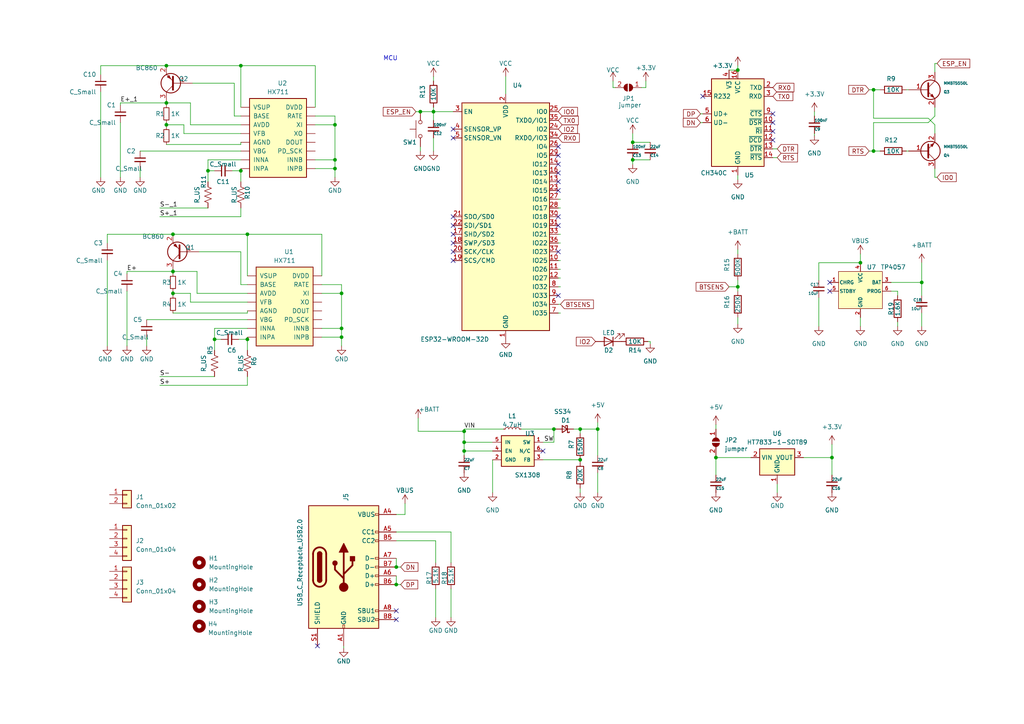
<source format=kicad_sch>
(kicad_sch (version 20230121) (generator eeschema)
  (paper "A4")
  (junction (at 213.995 83.185))
  (junction (at 125.73 32.385))
  (junction (at 71.755 67.945))
  (junction (at 99.06 97.79))
  (junction (at 267.335 81.915))
  (junction (at 71.755 98.425))
  (junction (at 134.62 125.095))
  (junction (at 69.85 19.05))
  (junction (at 241.3 132.715))
  (junction (at 60.325 49.53))
  (junction (at 183.515 46.355))
  (junction (at 48.26 36.195))
  (junction (at 168.275 124.46))
  (junction (at 173.355 124.46))
  (junction (at 99.06 85.09))
  (junction (at 160.655 124.46))
  (junction (at 48.26 19.05))
  (junction (at 97.155 36.195))
  (junction (at 253.365 26.035))
  (junction (at 50.165 67.945))
  (junction (at 69.85 49.53))
  (junction (at 50.165 78.74))
  (junction (at 134.62 130.81))
  (junction (at 183.515 41.275))
  (junction (at 97.155 46.355))
  (junction (at 99.06 95.25))
  (junction (at 134.62 128.27))
  (junction (at 249.555 76.2))
  (junction (at 48.26 29.845))
  (junction (at 253.365 43.815))
  (junction (at 213.995 20.32))
  (junction (at 97.155 48.895))
  (junction (at 114.935 169.545))
  (junction (at 121.92 32.385))
  (junction (at 50.165 85.09))
  (junction (at 62.23 98.425))
  (junction (at 207.645 132.715))
  (junction (at 168.275 133.35))
  (junction (at 114.935 164.465))
  (no_connect (at 161.925 85.725))
  (no_connect (at 224.155 35.56))
  (no_connect (at 131.445 75.565))
  (no_connect (at 157.48 130.81))
  (no_connect (at 161.925 73.025))
  (no_connect (at 131.445 73.025))
  (no_connect (at 161.925 65.405))
  (no_connect (at 240.665 81.915))
  (no_connect (at 161.925 47.625))
  (no_connect (at 224.155 40.64))
  (no_connect (at 131.445 40.005))
  (no_connect (at 114.935 177.165))
  (no_connect (at 131.445 70.485))
  (no_connect (at 131.445 65.405))
  (no_connect (at 224.155 38.1))
  (no_connect (at 203.835 27.94))
  (no_connect (at 240.665 84.455))
  (no_connect (at 161.925 50.165))
  (no_connect (at 92.075 187.325))
  (no_connect (at 161.925 55.245))
  (no_connect (at 161.925 62.865))
  (no_connect (at 131.445 37.465))
  (no_connect (at 131.445 67.945))
  (no_connect (at 114.935 179.705))
  (no_connect (at 131.445 62.865))
  (no_connect (at 161.925 42.545))
  (no_connect (at 161.925 45.085))
  (no_connect (at 224.155 33.02))
  (no_connect (at 161.925 52.705))
  (wire (pts (xy 99.06 95.25) (xy 99.06 97.79)))
  (wire (pts (xy 29.21 26.67) (xy 29.21 51.435)))
  (wire (pts (xy 125.73 31.115) (xy 125.73 32.385)))
  (wire (pts (xy 252.095 26.035) (xy 253.365 26.035)))
  (wire (pts (xy 213.995 81.28) (xy 213.995 83.185)))
  (wire (pts (xy 249.555 73.66) (xy 249.555 76.2)))
  (wire (pts (xy 121.92 42.545) (xy 121.92 43.815)))
  (wire (pts (xy 168.275 124.46) (xy 168.275 125.73)))
  (wire (pts (xy 188.595 99.06) (xy 188.595 99.695)))
  (wire (pts (xy 161.925 78.105) (xy 162.56 78.105)))
  (wire (pts (xy 162.56 90.805) (xy 161.925 90.805)))
  (wire (pts (xy 48.26 36.195) (xy 48.26 36.83)))
  (wire (pts (xy 71.755 98.425) (xy 71.755 101.6)))
  (wire (pts (xy 36.83 84.455) (xy 36.83 100.33)))
  (wire (pts (xy 161.925 67.945) (xy 162.56 67.945)))
  (wire (pts (xy 62.23 49.53) (xy 60.325 49.53)))
  (wire (pts (xy 29.21 19.05) (xy 48.26 19.05)))
  (wire (pts (xy 161.925 80.645) (xy 162.56 80.645)))
  (wire (pts (xy 241.3 132.715) (xy 241.3 137.795)))
  (wire (pts (xy 60.325 52.705) (xy 60.325 49.53)))
  (wire (pts (xy 50.165 90.805) (xy 71.755 90.805)))
  (wire (pts (xy 262.89 43.815) (xy 263.525 43.815)))
  (wire (pts (xy 271.145 51.435) (xy 271.78 51.435)))
  (wire (pts (xy 69.85 38.735) (xy 53.34 38.735)))
  (wire (pts (xy 120.65 32.385) (xy 121.92 32.385)))
  (wire (pts (xy 162.56 57.785) (xy 161.925 57.785)))
  (wire (pts (xy 161.925 60.325) (xy 162.56 60.325)))
  (wire (pts (xy 121.285 125.095) (xy 134.62 125.095)))
  (wire (pts (xy 99.06 85.09) (xy 99.06 95.25)))
  (wire (pts (xy 134.62 128.27) (xy 134.62 130.81)))
  (wire (pts (xy 50.165 78.105) (xy 50.165 78.74)))
  (wire (pts (xy 50.165 78.74) (xy 57.15 78.74)))
  (wire (pts (xy 157.48 128.27) (xy 160.655 128.27)))
  (wire (pts (xy 99.06 97.79) (xy 99.06 100.33)))
  (wire (pts (xy 260.35 84.455) (xy 260.35 85.725)))
  (wire (pts (xy 125.73 40.005) (xy 125.73 43.815)))
  (wire (pts (xy 71.755 87.63) (xy 55.245 87.63)))
  (wire (pts (xy 168.275 124.46) (xy 173.355 124.46)))
  (wire (pts (xy 269.24 34.29) (xy 271.145 36.195)))
  (wire (pts (xy 126.365 163.195) (xy 126.365 156.845)))
  (wire (pts (xy 161.925 83.185) (xy 162.56 83.185)))
  (wire (pts (xy 253.365 26.035) (xy 253.365 34.29)))
  (wire (pts (xy 237.49 81.28) (xy 237.49 76.2)))
  (wire (pts (xy 50.165 85.09) (xy 55.245 85.09)))
  (wire (pts (xy 121.285 125.095) (xy 121.285 121.285)))
  (wire (pts (xy 213.995 72.39) (xy 213.995 73.66)))
  (wire (pts (xy 46.355 60.325) (xy 60.325 60.325)))
  (wire (pts (xy 42.545 97.79) (xy 42.545 100.33)))
  (wire (pts (xy 183.515 46.355) (xy 183.515 47.625)))
  (wire (pts (xy 161.925 75.565) (xy 162.56 75.565)))
  (wire (pts (xy 48.26 41.91) (xy 69.85 41.91)))
  (wire (pts (xy 93.345 97.79) (xy 99.06 97.79)))
  (wire (pts (xy 173.355 122.555) (xy 173.355 124.46)))
  (wire (pts (xy 114.935 164.465) (xy 116.205 164.465)))
  (wire (pts (xy 97.155 46.355) (xy 97.155 48.895)))
  (wire (pts (xy 134.62 128.27) (xy 142.875 128.27)))
  (wire (pts (xy 130.81 154.305) (xy 114.935 154.305)))
  (wire (pts (xy 225.425 142.875) (xy 225.425 140.335)))
  (wire (pts (xy 97.155 48.895) (xy 97.155 51.435)))
  (wire (pts (xy 125.73 34.925) (xy 125.73 32.385)))
  (wire (pts (xy 130.81 163.195) (xy 130.81 154.305)))
  (wire (pts (xy 121.92 32.385) (xy 125.73 32.385)))
  (wire (pts (xy 69.85 41.91) (xy 69.85 41.275)))
  (wire (pts (xy 213.995 83.185) (xy 213.995 84.455)))
  (wire (pts (xy 93.345 82.55) (xy 99.06 82.55)))
  (wire (pts (xy 114.935 161.925) (xy 114.935 164.465)))
  (wire (pts (xy 207.645 123.19) (xy 207.645 124.46)))
  (wire (pts (xy 57.15 78.74) (xy 57.15 85.09)))
  (wire (pts (xy 183.515 38.735) (xy 183.515 41.275)))
  (wire (pts (xy 253.365 34.29) (xy 269.24 34.29)))
  (wire (pts (xy 224.155 45.72) (xy 225.425 45.72)))
  (wire (pts (xy 114.935 167.005) (xy 114.935 169.545)))
  (wire (pts (xy 134.62 130.81) (xy 134.62 132.08)))
  (wire (pts (xy 64.135 98.425) (xy 62.23 98.425)))
  (wire (pts (xy 207.645 132.715) (xy 217.805 132.715)))
  (wire (pts (xy 69.85 60.325) (xy 69.85 62.865)))
  (wire (pts (xy 188.595 46.355) (xy 183.515 46.355)))
  (wire (pts (xy 134.62 125.095) (xy 134.62 128.27)))
  (wire (pts (xy 50.165 85.09) (xy 50.165 85.725)))
  (wire (pts (xy 69.85 49.53) (xy 67.31 49.53)))
  (wire (pts (xy 236.22 39.37) (xy 236.22 38.735)))
  (wire (pts (xy 271.145 31.115) (xy 271.145 33.655)))
  (wire (pts (xy 93.345 80.01) (xy 93.345 67.945)))
  (wire (pts (xy 71.755 90.805) (xy 71.755 90.17)))
  (wire (pts (xy 48.26 19.05) (xy 69.85 19.05)))
  (wire (pts (xy 46.355 62.865) (xy 69.85 62.865)))
  (wire (pts (xy 57.785 73.025) (xy 69.85 73.025)))
  (wire (pts (xy 71.755 98.425) (xy 69.215 98.425)))
  (wire (pts (xy 161.29 124.46) (xy 160.655 124.46)))
  (wire (pts (xy 207.645 132.08) (xy 207.645 132.715)))
  (wire (pts (xy 36.83 78.74) (xy 36.83 79.375)))
  (wire (pts (xy 237.49 76.2) (xy 249.555 76.2)))
  (wire (pts (xy 134.62 130.81) (xy 142.875 130.81)))
  (wire (pts (xy 168.275 133.35) (xy 168.275 133.985)))
  (wire (pts (xy 71.755 95.25) (xy 62.23 95.25)))
  (wire (pts (xy 62.23 101.6) (xy 62.23 98.425)))
  (wire (pts (xy 173.355 124.46) (xy 173.355 132.08)))
  (wire (pts (xy 69.85 73.025) (xy 69.85 82.55)))
  (wire (pts (xy 203.2 33.02) (xy 203.835 33.02)))
  (wire (pts (xy 117.475 146.05) (xy 117.475 149.225)))
  (wire (pts (xy 36.83 78.74) (xy 50.165 78.74)))
  (wire (pts (xy 188.595 99.06) (xy 187.96 99.06)))
  (wire (pts (xy 97.155 33.655) (xy 97.155 36.195)))
  (wire (pts (xy 97.155 36.195) (xy 97.155 46.355)))
  (wire (pts (xy 186.055 25.4) (xy 187.325 25.4)))
  (wire (pts (xy 99.695 187.96) (xy 99.695 187.325)))
  (wire (pts (xy 91.44 33.655) (xy 97.155 33.655)))
  (wire (pts (xy 34.925 35.56) (xy 34.925 51.435)))
  (wire (pts (xy 48.26 35.56) (xy 48.26 36.195)))
  (wire (pts (xy 117.475 149.225) (xy 114.935 149.225)))
  (wire (pts (xy 160.655 124.46) (xy 160.655 128.27)))
  (wire (pts (xy 267.335 90.805) (xy 267.335 94.615)))
  (wire (pts (xy 31.115 67.945) (xy 50.165 67.945)))
  (wire (pts (xy 48.26 29.21) (xy 48.26 29.845)))
  (wire (pts (xy 93.345 95.25) (xy 99.06 95.25)))
  (wire (pts (xy 177.8 25.4) (xy 178.435 25.4)))
  (wire (pts (xy 134.62 124.46) (xy 134.62 125.095)))
  (wire (pts (xy 67.945 24.13) (xy 67.945 33.655)))
  (wire (pts (xy 69.85 31.115) (xy 69.85 19.05)))
  (wire (pts (xy 258.445 81.915) (xy 267.335 81.915)))
  (wire (pts (xy 69.85 49.53) (xy 69.85 52.705)))
  (wire (pts (xy 130.81 170.815) (xy 130.81 179.07)))
  (wire (pts (xy 40.64 43.815) (xy 69.85 43.815)))
  (wire (pts (xy 162.56 88.265) (xy 161.925 88.265)))
  (wire (pts (xy 253.365 35.56) (xy 269.24 35.56)))
  (wire (pts (xy 237.49 86.36) (xy 237.49 94.615)))
  (wire (pts (xy 271.145 51.435) (xy 271.145 48.895)))
  (wire (pts (xy 134.62 124.46) (xy 146.05 124.46)))
  (wire (pts (xy 99.06 82.55) (xy 99.06 85.09)))
  (wire (pts (xy 258.445 84.455) (xy 260.35 84.455)))
  (wire (pts (xy 146.685 22.225) (xy 146.685 27.305)))
  (wire (pts (xy 252.095 43.815) (xy 253.365 43.815)))
  (wire (pts (xy 71.755 98.425) (xy 71.755 97.79)))
  (wire (pts (xy 213.995 50.8) (xy 213.995 52.07)))
  (wire (pts (xy 126.365 156.845) (xy 114.935 156.845)))
  (wire (pts (xy 69.85 19.05) (xy 91.44 19.05)))
  (wire (pts (xy 48.26 30.48) (xy 48.26 29.845)))
  (wire (pts (xy 93.345 85.09) (xy 99.06 85.09)))
  (wire (pts (xy 262.89 26.035) (xy 263.525 26.035)))
  (wire (pts (xy 62.23 95.25) (xy 62.23 98.425)))
  (wire (pts (xy 55.88 24.13) (xy 67.945 24.13)))
  (wire (pts (xy 91.44 36.195) (xy 97.155 36.195)))
  (wire (pts (xy 116.205 169.545) (xy 114.935 169.545)))
  (wire (pts (xy 157.48 133.35) (xy 168.275 133.35)))
  (wire (pts (xy 69.85 49.53) (xy 69.85 48.895)))
  (wire (pts (xy 55.245 85.09) (xy 55.245 87.63)))
  (wire (pts (xy 91.44 48.895) (xy 97.155 48.895)))
  (wire (pts (xy 188.595 41.275) (xy 183.515 41.275)))
  (wire (pts (xy 211.455 20.32) (xy 213.995 20.32)))
  (wire (pts (xy 260.35 93.345) (xy 260.35 94.615)))
  (wire (pts (xy 213.995 19.05) (xy 213.995 20.32)))
  (wire (pts (xy 241.3 128.905) (xy 241.3 132.715)))
  (wire (pts (xy 42.545 92.71) (xy 71.755 92.71)))
  (wire (pts (xy 233.045 132.715) (xy 241.3 132.715)))
  (wire (pts (xy 48.26 36.195) (xy 53.34 36.195)))
  (wire (pts (xy 50.165 79.375) (xy 50.165 78.74)))
  (wire (pts (xy 253.365 43.815) (xy 255.27 43.815)))
  (wire (pts (xy 50.165 84.455) (xy 50.165 85.09)))
  (wire (pts (xy 34.925 29.845) (xy 34.925 30.48)))
  (wire (pts (xy 269.24 35.56) (xy 271.145 33.655)))
  (wire (pts (xy 203.2 35.56) (xy 203.835 35.56)))
  (wire (pts (xy 91.44 31.115) (xy 91.44 19.05)))
  (wire (pts (xy 67.945 33.655) (xy 69.85 33.655)))
  (wire (pts (xy 71.755 80.01) (xy 71.755 67.945)))
  (wire (pts (xy 271.145 20.955) (xy 271.145 18.415)))
  (wire (pts (xy 71.755 109.22) (xy 71.755 111.76)))
  (wire (pts (xy 253.365 26.035) (xy 255.27 26.035)))
  (wire (pts (xy 55.245 36.195) (xy 69.85 36.195)))
  (wire (pts (xy 71.755 67.945) (xy 93.345 67.945)))
  (wire (pts (xy 46.355 109.22) (xy 62.23 109.22)))
  (wire (pts (xy 224.155 43.18) (xy 225.425 43.18)))
  (wire (pts (xy 71.755 111.76) (xy 46.355 111.76)))
  (wire (pts (xy 31.115 75.565) (xy 31.115 100.33)))
  (wire (pts (xy 69.85 46.355) (xy 60.325 46.355)))
  (wire (pts (xy 187.325 25.4) (xy 187.325 23.495)))
  (wire (pts (xy 207.645 132.715) (xy 207.645 137.795)))
  (wire (pts (xy 34.925 29.845) (xy 48.26 29.845)))
  (wire (pts (xy 173.355 137.16) (xy 173.355 142.875)))
  (wire (pts (xy 29.21 19.05) (xy 29.21 21.59)))
  (wire (pts (xy 168.275 141.605) (xy 168.275 142.875)))
  (wire (pts (xy 125.73 32.385) (xy 131.445 32.385)))
  (wire (pts (xy 125.73 22.225) (xy 125.73 23.495)))
  (wire (pts (xy 267.335 81.915) (xy 267.335 85.725)))
  (wire (pts (xy 53.34 36.195) (xy 53.34 38.735)))
  (wire (pts (xy 271.145 18.415) (xy 271.78 18.415)))
  (wire (pts (xy 50.165 67.945) (xy 71.755 67.945)))
  (wire (pts (xy 151.13 124.46) (xy 160.655 124.46)))
  (wire (pts (xy 91.44 46.355) (xy 97.155 46.355)))
  (wire (pts (xy 213.995 92.075) (xy 213.995 93.98)))
  (wire (pts (xy 211.455 83.185) (xy 213.995 83.185)))
  (wire (pts (xy 48.26 29.845) (xy 55.245 29.845)))
  (wire (pts (xy 271.145 36.195) (xy 271.145 38.735)))
  (wire (pts (xy 177.8 23.495) (xy 177.8 25.4)))
  (wire (pts (xy 249.555 92.075) (xy 249.555 94.615)))
  (wire (pts (xy 166.37 124.46) (xy 168.275 124.46)))
  (wire (pts (xy 161.925 70.485) (xy 162.56 70.485)))
  (wire (pts (xy 126.365 170.815) (xy 126.365 179.07)))
  (wire (pts (xy 236.22 32.385) (xy 236.22 33.655)))
  (wire (pts (xy 55.245 29.845) (xy 55.245 36.195)))
  (wire (pts (xy 69.85 82.55) (xy 71.755 82.55)))
  (wire (pts (xy 40.64 48.895) (xy 40.64 51.435)))
  (wire (pts (xy 253.365 43.815) (xy 253.365 35.56)))
  (wire (pts (xy 142.875 133.35) (xy 142.875 142.875)))
  (wire (pts (xy 60.325 46.355) (xy 60.325 49.53)))
  (wire (pts (xy 267.335 81.915) (xy 267.335 76.2)))
  (wire (pts (xy 31.115 67.945) (xy 31.115 70.485)))
  (wire (pts (xy 57.15 85.09) (xy 71.755 85.09)))
  (text "MCU\n" (at 111.125 17.78 0) (effects (font (size 1.27 1.27)) (justify left bottom)))
  (label "S-" (at 46.355 109.22 0))
  (label "S+" (at 46.355 111.76 0))
  (label "S+_1" (at 46.355 62.865 0))
  (label "E+_1" (at 34.925 29.845 0))
  (label "S-_1" (at 46.355 60.325 0))
  (label "E+" (at 36.83 78.74 0))
  (label "VIN" (at 134.62 124.46 0))
  (label "SW" (at 160.655 128.27 180))
  (global_label "IO0" (shape input) (at 271.78 51.435 0) (property "Intersheetrefs" "${INTERSHEET_REFS}" (effects hide)))
  (global_label "DTR" (shape input) (at 225.425 43.18 0) (property "Intersheetrefs" "${INTERSHEET_REFS}" (effects hide)))
  (global_label "DP" (shape input) (at 203.2 33.02 180) (property "Intersheetrefs" "${INTERSHEET_REFS}" (effects hide)))
  (global_label "DP" (shape input) (at 116.205 169.545 0) (property "Intersheetrefs" "${INTERSHEET_REFS}" (effects hide)))
  (global_label "RTS" (shape input) (at 252.095 43.815 180) (property "Intersheetrefs" "${INTERSHEET_REFS}" (effects hide)))
  (global_label "TX0" (shape input) (at 161.925 34.925 0) (property "Intersheetrefs" "${INTERSHEET_REFS}" (effects hide)))
  (global_label "DTR" (shape input) (at 252.095 26.035 180) (property "Intersheetrefs" "${INTERSHEET_REFS}" (effects hide)))
  (global_label "BTSENS" (shape input) (at 211.455 83.185 180) (property "Intersheetrefs" "${INTERSHEET_REFS}" (effects hide)))
  (global_label "BTSENS" (shape input) (at 162.56 88.265 0) (property "Intersheetrefs" "${INTERSHEET_REFS}" (effects hide)))
  (global_label "RTS" (shape input) (at 225.425 45.72 0) (property "Intersheetrefs" "${INTERSHEET_REFS}" (effects hide)))
  (global_label "ESP_EN" (shape input) (at 120.65 32.385 180) (property "Intersheetrefs" "${INTERSHEET_REFS}" (effects hide)))
  (global_label "IO2" (shape input) (at 172.72 99.06 180) (property "Intersheetrefs" "${INTERSHEET_REFS}" (effects hide)))
  (global_label "DN" (shape input) (at 116.205 164.465 0) (property "Intersheetrefs" "${INTERSHEET_REFS}" (effects hide)))
  (global_label "IO2" (shape input) (at 161.925 37.465 0) (property "Intersheetrefs" "${INTERSHEET_REFS}" (effects hide)))
  (global_label "IO0" (shape input) (at 161.925 32.385 0) (property "Intersheetrefs" "${INTERSHEET_REFS}" (effects hide)))
  (global_label "RX0" (shape input) (at 224.155 25.4 0) (property "Intersheetrefs" "${INTERSHEET_REFS}" (effects hide)))
  (global_label "RX0" (shape input) (at 161.925 40.005 0) (property "Intersheetrefs" "${INTERSHEET_REFS}" (effects hide)))
  (global_label "ESP_EN" (shape input) (at 271.78 18.415 0) (property "Intersheetrefs" "${INTERSHEET_REFS}" (effects hide)))
  (global_label "DN" (shape input) (at 203.2 35.56 180) (property "Intersheetrefs" "${INTERSHEET_REFS}" (effects hide)))
  (global_label "TX0" (shape input) (at 224.155 27.94 0) (property "Intersheetrefs" "${INTERSHEET_REFS}" (effects hide)))
  (symbol (lib_id "Device:R_US") (at 62.23 105.41 180) (unit 1)
    (property "Reference" "R5" (at 60.96 101.6 90))
    (property "Value" "R_US" (at 59.055 105.41 90))
    (property "Footprint" "Resistor_SMD:R_0603_1608Metric_Pad0.98x0.95mm_HandSolder" (effects hide))
  )
  (symbol (lib_id "power:GND") (at 207.645 142.875 0) (unit 1)
    (property "Reference" "#PWR030" (effects hide))
    (property "Value" "GND" (at 207.645 147.955 0))
  )
  (symbol (lib_id "Device:R") (at 168.275 137.795 180) (unit 1)
    (property "Reference" "R8" (at 165.1 137.795 90))
    (property "Value" "20K" (at 168.275 137.795 90))
    (property "Footprint" "Resistor_SMD:R_0603_1608Metric_Pad0.98x0.95mm_HandSolder" (effects hide))
  )
  (symbol (lib_id "Device:R") (at 130.81 167.005 180) (unit 1)
    (property "Reference" "R18" (at 128.905 167.64 90))
    (property "Value" "5.1K" (at 130.81 167.005 90))
    (property "Footprint" "Resistor_SMD:R_0603_1608Metric_Pad0.98x0.95mm_HandSolder" (effects hide))
  )
  (symbol (lib_id "power:GND") (at 36.83 100.33 0) (unit 1)
    (property "Reference" "#PWR06" (effects hide))
    (property "Value" "GND" (at 36.83 104.14 0))
  )
  (symbol (lib_id "Device:R") (at 260.35 89.535 180) (unit 1)
    (property "Reference" "R19" (at 258.445 89.535 90))
    (property "Value" "1.6K" (at 260.35 89.535 90))
    (property "Footprint" "Resistor_SMD:R_0603_1608Metric_Pad0.98x0.95mm_HandSolder" (effects hide))
  )
  (symbol (lib_id "power:GND") (at 213.995 93.98 0) (unit 1)
    (property "Reference" "#PWR035" (effects hide))
    (property "Value" "GND" (at 213.995 99.06 0))
  )
  (symbol (lib_id "Transistor_BJT:MMBT5550L") (at 268.605 43.815 0) (mirror x) (unit 1)
    (property "Reference" "Q4" (at 273.685 45.0851 0) (effects (font (size 0.8 0.8)) (justify left)))
    (property "Value" "MMBT5550L" (at 273.685 42.5451 0) (effects (font (size 0.8 0.8)) (justify left)))
    (property "Footprint" "Package_TO_SOT_SMD:SOT-23" (effects hide))
    (property "Datasheet" "www.onsemi.com/pub/Collateral/MMBT5550LT1-D.PDF" (effects hide))
  )
  (symbol (lib_id "Connector_Generic:Conn_01x02") (at 36.83 143.51 0) (unit 1)
    (property "Reference" "J1" (at 39.37 144.145 0) (effects (justify left)))
    (property "Value" "Conn_01x02" (at 39.37 146.685 0) (effects (justify left)))
    (property "Footprint" "Connector_JST:JST_PH_S2B-PH-K_1x02_P2.00mm_Horizontal" (effects hide))
  )
  (symbol (lib_id "Jumper:SolderJumper_2_Open") (at 182.245 25.4 180) (unit 1)
    (property "Reference" "JP1" (at 184.15 28.575 0) (effects (justify left)))
    (property "Value" "jumper" (at 186.055 30.48 0) (effects (justify left)))
    (property "Footprint" "Resistor_SMD:R_0603_1608Metric_Pad0.98x0.95mm_HandSolder" (effects hide))
  )
  (symbol (lib_id "Device:R") (at 213.995 77.47 180) (unit 1)
    (property "Reference" "R15" (at 210.82 76.835 90))
    (property "Value" "500K" (at 213.995 77.47 90))
    (property "Footprint" "Resistor_SMD:R_0603_1608Metric_Pad0.98x0.95mm_HandSolder" (effects hide))
  )
  (symbol (lib_id "power:+3.3V") (at 241.3 128.905 0) (unit 1)
    (property "Reference" "#PWR032" (effects hide))
    (property "Value" "+3.3V" (at 241.3 123.825 0))
  )
  (symbol (lib_id "power:GND") (at 40.64 51.435 0) (unit 1)
    (property "Reference" "#PWR03" (effects hide))
    (property "Value" "GND" (at 40.64 55.245 0))
  )
  (symbol (lib_id "power:GND") (at 183.515 47.625 0) (unit 1)
    (property "Reference" "#PWR026" (effects hide))
    (property "Value" "GND" (at 183.515 52.705 0))
  )
  (symbol (lib_id "Device:C_Small") (at 36.83 81.915 0) (mirror y) (unit 1)
    (property "Reference" "C4" (at 35.56 79.375 0) (effects (justify left)))
    (property "Value" "C_Small" (at 35.56 84.455 0) (effects (justify left)))
    (property "Footprint" "Capacitor_SMD:C_0603_1608Metric_Pad1.08x0.95mm_HandSolder" (effects hide))
  )
  (symbol (lib_id "Connector_Generic:Conn_01x04") (at 36.83 168.275 0) (unit 1)
    (property "Reference" "J3" (at 39.37 168.91 0) (effects (justify left)))
    (property "Value" "Conn_01x04" (at 39.37 171.45 0) (effects (justify left)))
    (property "Footprint" "Connector_JST:JST_PH_S4B-PH-K_1x04_P2.00mm_Horizontal" (effects hide))
  )
  (symbol (lib_id "power:GND") (at 99.695 187.96 0) (unit 1)
    (property "Reference" "#PWR036" (effects hide))
    (property "Value" "GND" (at 99.695 191.77 0))
  )
  (symbol (lib_id "RF_Module:ESP32-WROOM-32D") (at 146.685 62.865 0) (unit 1)
    (property "Reference" "U4" (at 148.7044 24.765 0) (effects (justify left)))
    (property "Value" "ESP32-WROOM-32D" (at 121.92 98.425 0) (effects (justify left)))
    (property "Footprint" "RF_Module:ESP32-WROOM-32" (effects hide))
    (property "Datasheet" "https://www.espressif.com/sites/default/files/documentation/esp32-wroom-32d_esp32-wroom-32u_datasheet_en.pdf" (effects hide))
  )
  (symbol (lib_id "Device:D_Schottky_Small") (at 163.83 124.46 180) (unit 1)
    (property "Reference" "D1" (at 164.084 121.92 0))
    (property "Value" "SS34" (at 163.195 119.38 0))
    (property "Footprint" "Diode_SMD:D_SMA" (effects hide))
  )
  (symbol (lib_id "Device:R_US") (at 71.755 105.41 0) (unit 1)
    (property "Reference" "R6" (at 73.66 104.775 90))
    (property "Value" "R_US" (at 69.85 105.41 90))
    (property "Footprint" "Resistor_SMD:R_0603_1608Metric_Pad0.98x0.95mm_HandSolder" (effects hide))
  )
  (symbol (lib_id "Mechanical:MountingHole") (at 57.785 181.61 0) (unit 1)
    (property "Reference" "H4" (at 60.325 180.975 0) (effects (justify left)))
    (property "Value" "MountingHole" (at 60.325 183.515 0) (effects (justify left)))
    (property "Footprint" "MountingHole:MountingHole_3.5mm" (effects hide))
  )
  (symbol (lib_id "power:GND") (at 126.365 179.07 0) (unit 1)
    (property "Reference" "#PWR038" (effects hide))
    (property "Value" "GND" (at 126.365 182.88 0))
  )
  (symbol (lib_id "power:GND") (at 130.81 179.07 0) (unit 1)
    (property "Reference" "#PWR039" (effects hide))
    (property "Value" "GND" (at 130.81 182.88 0))
  )
  (symbol (lib_id "Device:R_US") (at 60.325 56.515 180) (unit 1)
    (property "Reference" "R11" (at 59.055 52.705 90))
    (property "Value" "R_US" (at 57.15 56.515 90))
    (property "Footprint" "Resistor_SMD:R_0603_1608Metric_Pad0.98x0.95mm_HandSolder" (effects hide))
  )
  (symbol (lib_id "Device:R") (at 213.995 88.265 180) (unit 1)
    (property "Reference" "R16" (at 210.82 87.63 90))
    (property "Value" "250K" (at 213.995 88.265 90))
    (property "Footprint" "Resistor_SMD:R_0603_1608Metric_Pad0.98x0.95mm_HandSolder" (effects hide))
  )
  (symbol (lib_id "power:+3.3V") (at 236.22 32.385 0) (unit 1)
    (property "Reference" "#PWR017" (effects hide))
    (property "Value" "+3.3V" (at 236.22 27.305 0))
  )
  (symbol (lib_id "Connector_Generic:Conn_01x04") (at 36.83 156.21 0) (unit 1)
    (property "Reference" "J2" (at 39.37 156.845 0) (effects (justify left)))
    (property "Value" "Conn_01x04" (at 39.37 159.385 0) (effects (justify left)))
    (property "Footprint" "Connector_JST:JST_PH_S4B-PH-K_1x04_P2.00mm_Horizontal" (effects hide))
  )
  (symbol (lib_id "power:VBUS") (at 117.475 146.05 0) (unit 1)
    (property "Reference" "#PWR037" (effects hide))
    (property "Value" "VBUS" (at 117.475 142.24 0))
  )
  (symbol (lib_id "Device:C_Small") (at 188.595 43.815 0) (unit 1)
    (property "Reference" "C14" (at 188.595 45.085 0) (effects (font (size 0.8 0.8)) (justify left)))
    (property "Value" "22uF" (at 188.595 42.545 0) (effects (font (size 0.8 0.8)) (justify left)))
    (property "Footprint" "Capacitor_SMD:C_0603_1608Metric_Pad1.08x0.95mm_HandSolder" (effects hide))
  )
  (symbol (lib_id "power:+3.3V") (at 187.325 23.495 0) (unit 1)
    (property "Reference" "#PWR027" (effects hide))
    (property "Value" "+3.3V" (at 187.325 19.685 0))
  )
  (symbol (lib_id "Device:C_Small") (at 241.3 140.335 0) (unit 1)
    (property "Reference" "C16" (at 241.3 141.605 0) (effects (font (size 0.8 0.8)) (justify left)))
    (property "Value" "22uF" (at 241.3 139.065 0) (effects (font (size 0.8 0.8)) (justify left)))
    (property "Footprint" "Capacitor_SMD:C_0603_1608Metric_Pad1.08x0.95mm_HandSolder" (effects hide))
  )
  (symbol (lib_id "Device:C_Small") (at 125.73 37.465 0) (unit 1)
    (property "Reference" "C12" (at 125.73 38.735 0) (effects (font (size 0.8 0.8)) (justify left)))
    (property "Value" "100nF" (at 125.73 36.195 0) (effects (font (size 0.8 0.8)) (justify left)))
    (property "Footprint" "Capacitor_SMD:C_0603_1608Metric_Pad1.08x0.95mm_HandSolder" (effects hide))
  )
  (symbol (lib_id "Device:C_Small") (at 183.515 43.815 0) (unit 1)
    (property "Reference" "C13" (at 183.515 45.085 0) (effects (font (size 0.8 0.8)) (justify left)))
    (property "Value" "100nF" (at 183.515 42.545 0) (effects (font (size 0.8 0.8)) (justify left)))
    (property "Footprint" "Capacitor_SMD:C_0603_1608Metric_Pad1.08x0.95mm_HandSolder" (effects hide))
  )
  (symbol (lib_id "power:+3.3V") (at 213.995 19.05 0) (unit 1)
    (property "Reference" "#PWR015" (effects hide))
    (property "Value" "+3.3V" (at 209.55 19.05 0))
  )
  (symbol (lib_id "Device:R") (at 125.73 27.305 180) (unit 1)
    (property "Reference" "R13" (at 122.555 26.67 90))
    (property "Value" "10K" (at 125.73 27.305 90))
    (property "Footprint" "Resistor_SMD:R_0603_1608Metric_Pad0.98x0.95mm_HandSolder" (effects hide))
  )
  (symbol (lib_id "power:GND") (at 260.35 94.615 0) (unit 1)
    (property "Reference" "#PWR043" (effects hide))
    (property "Value" "GND" (at 260.35 99.695 0))
  )
  (symbol (lib_id "Device:R_US") (at 69.85 56.515 0) (unit 1)
    (property "Reference" "R10" (at 71.755 55.88 90))
    (property "Value" "R_US" (at 67.945 56.515 90))
    (property "Footprint" "Resistor_SMD:R_0603_1608Metric_Pad0.98x0.95mm_HandSolder" (effects hide))
  )
  (symbol (lib_id "power:GND") (at 213.995 52.07 0) (unit 1)
    (property "Reference" "#PWR016" (effects hide))
    (property "Value" "GND" (at 213.995 57.15 0))
  )
  (symbol (lib_id "power:GND") (at 241.3 142.875 0) (unit 1)
    (property "Reference" "#PWR033" (effects hide))
    (property "Value" "GND" (at 241.3 147.955 0))
  )
  (symbol (lib_id "power:GND") (at 267.335 94.615 0) (unit 1)
    (property "Reference" "#PWR045" (effects hide))
    (property "Value" "GND" (at 267.335 99.695 0))
  )
  (symbol (lib_id "Device:C_Small") (at 66.675 98.425 90) (unit 1)
    (property "Reference" "C6" (at 68.58 101.6 90) (effects (justify left)))
    (property "Value" "C_Small" (at 70.485 96.52 90) (effects (justify left)))
    (property "Footprint" "Capacitor_SMD:C_0603_1608Metric_Pad1.08x0.95mm_HandSolder" (effects hide))
  )
  (symbol (lib_id "Device:R_Small") (at 48.26 39.37 180) (unit 1)
    (property "Reference" "R2" (at 45.085 39.37 0) (effects (justify right)))
    (property "Value" "1K" (at 49.53 39.37 0) (effects (justify right)))
    (property "Footprint" "Resistor_SMD:R_0603_1608Metric_Pad0.98x0.95mm_HandSolder" (effects hide))
  )
  (symbol (lib_id "power:GND") (at 249.555 94.615 0) (unit 1)
    (property "Reference" "#PWR042" (effects hide))
    (property "Value" "GND" (at 249.555 99.695 0))
  )
  (symbol (lib_id "Device:C_Small") (at 237.49 83.82 180) (unit 1)
    (property "Reference" "C17" (at 237.49 82.55 0) (effects (font (size 0.8 0.8)) (justify left)))
    (property "Value" "10uF" (at 237.49 85.09 0) (effects (font (size 0.8 0.8)) (justify left)))
    (property "Footprint" "Capacitor_SMD:C_0603_1608Metric_Pad1.08x0.95mm_HandSolder" (effects hide))
  )
  (symbol (lib_id "power:GND") (at 237.49 94.615 0) (unit 1)
    (property "Reference" "#PWR040" (effects hide))
    (property "Value" "GND" (at 237.49 99.695 0))
  )
  (symbol (lib_name "HX711_1") (lib_id "HX711:HX711") (at 81.28 23.495 0) (unit 1)
    (property "Reference" "U2" (at 81.915 24.13 0))
    (property "Value" "HX711" (at 80.645 26.67 0))
    (property "Footprint" "HX711:SOP127P600X180-16N" (effects hide))
    (property "MAXIMUM_PACKAGE_HEIGHT" "1.8 mm" (effects hide))
    (property "STANDARD" "IPC-7351B" (effects hide))
    (property "PARTREV" "V2.0" (effects hide))
    (property "MANUFACTURER" "Avia Semiconductor" (effects hide))
    (property "SNAPEDA_PN" "HX711" (effects hide))
  )
  (symbol (lib_id "Switch:SW_Omron_B3FS") (at 121.92 37.465 90) (unit 1)
    (property "Reference" "SW1" (at 116.84 41.275 90) (effects (justify right)))
    (property "Value" "SW_Omron_B3FS" (effects hide))
    (property "Footprint" "Button_Switch_SMD:SW_Push_SPST_NO_Alps_SKRK" (effects hide))
    (property "Datasheet" "https://omronfs.omron.com/en_US/ecb/products/pdf/en-b3fs.pdf" (effects hide))
  )
  (symbol (lib_id "Device:L_Small") (at 148.59 124.46 90) (unit 1)
    (property "Reference" "L1" (at 148.59 120.65 90))
    (property "Value" "4.7uH" (at 148.59 123.19 90))
    (property "Footprint" "Inductor_SMD:L_Coilcraft_LPS5030" (effects hide))
  )
  (symbol (lib_id "power:GND") (at 99.06 100.33 0) (unit 1)
    (property "Reference" "#PWR08" (effects hide))
    (property "Value" "GND" (at 99.06 104.14 0))
  )
  (symbol (lib_id "Device:C_Small") (at 236.22 36.195 0) (unit 1)
    (property "Reference" "C9" (at 236.22 37.465 0) (effects (font (size 0.8 0.8)) (justify left)))
    (property "Value" "100nF" (at 236.22 34.925 0) (effects (font (size 0.8 0.8)) (justify left)))
    (property "Footprint" "Capacitor_SMD:C_0603_1608Metric_Pad1.08x0.95mm_HandSolder" (effects hide))
  )
  (symbol (lib_id "power:GND") (at 236.22 39.37 0) (unit 1)
    (property "Reference" "#PWR018" (effects hide))
    (property "Value" "GND" (at 236.22 44.45 0))
  )
  (symbol (lib_id "power:VBUS") (at 249.555 73.66 0) (unit 1)
    (property "Reference" "#PWR041" (effects hide))
    (property "Value" "VBUS" (at 249.555 69.85 0))
  )
  (symbol (lib_id "power:GND") (at 125.73 43.815 0) (unit 1)
    (property "Reference" "#PWR021" (effects hide))
    (property "Value" "GND" (at 125.73 48.895 0))
  )
  (symbol (lib_id "Jumper:SolderJumper_2_Open") (at 207.645 128.27 270) (unit 1)
    (property "Reference" "JP2" (at 210.185 127.635 90) (effects (justify left)))
    (property "Value" "jumper" (at 210.185 130.175 90) (effects (justify left)))
    (property "Footprint" "Resistor_SMD:R_0603_1608Metric_Pad0.98x0.95mm_HandSolder" (effects hide))
  )
  (symbol (lib_id "Device:C_Small") (at 31.115 73.025 0) (mirror y) (unit 1)
    (property "Reference" "C3" (at 29.845 70.485 0) (effects (justify left)))
    (property "Value" "C_Small" (at 29.845 75.565 0) (effects (justify left)))
    (property "Footprint" "Capacitor_SMD:C_0603_1608Metric_Pad1.08x0.95mm_HandSolder" (effects hide))
  )
  (symbol (lib_id "Device:C_Small") (at 64.77 49.53 90) (unit 1)
    (property "Reference" "C11" (at 66.675 52.705 90) (effects (justify left)))
    (property "Value" "C_Small" (at 68.58 47.625 90) (effects (justify left)))
    (property "Footprint" "Capacitor_SMD:C_0603_1608Metric_Pad1.08x0.95mm_HandSolder" (effects hide))
  )
  (symbol (lib_id "Regulator_Linear:HT75xx-1-SOT89") (at 225.425 135.255 0) (unit 1)
    (property "Reference" "U6" (at 225.425 125.73 0))
    (property "Value" "HT7833-1-SOT89" (at 225.425 128.27 0))
    (property "Footprint" "Package_TO_SOT_SMD:SOT-89-3" (effects hide))
    (property "Datasheet" "https://www.holtek.com/documents/10179/116711/HT75xx-1v250.pdf" (effects hide))
    (property "purchase" "https://www.sunrom.com/p/ht7833-sot89-33v-500ma-ldo" (effects hide))
  )
  (symbol (lib_id "Device:C_Small") (at 42.545 95.25 0) (mirror y) (unit 1)
    (property "Reference" "C5" (at 41.275 92.71 0) (effects (justify left)))
    (property "Value" "C_Small" (at 43.18 97.79 0) (effects (justify left)))
    (property "Footprint" "Capacitor_SMD:C_0603_1608Metric_Pad1.08x0.95mm_HandSolder" (effects hide))
  )
  (symbol (lib_id "power:GND") (at 142.875 142.875 0) (unit 1)
    (property "Reference" "#PWR011" (effects hide))
    (property "Value" "GND" (at 142.875 147.955 0))
  )
  (symbol (lib_id "power:GND") (at 29.21 51.435 0) (unit 1)
    (property "Reference" "#PWR01" (effects hide))
    (property "Value" "GND" (at 28.575 55.245 0))
  )
  (symbol (lib_id "power:GND") (at 225.425 142.875 0) (unit 1)
    (property "Reference" "#PWR031" (effects hide))
    (property "Value" "GND" (at 225.425 146.685 0))
  )
  (symbol (lib_id "Mechanical:MountingHole") (at 57.785 169.545 0) (unit 1)
    (property "Reference" "H2" (at 60.5282 168.2749 0) (effects (justify left)))
    (property "Value" "MountingHole" (at 60.5282 170.8149 0) (effects (justify left)))
    (property "Footprint" "MountingHole:MountingHole_3.5mm" (effects hide))
  )
  (symbol (lib_id "power:+BATT") (at 213.995 72.39 0) (unit 1)
    (property "Reference" "#PWR034" (effects hide))
    (property "Value" "+BATT" (at 213.995 67.31 0))
  )
  (symbol (lib_id "Device:C_Small") (at 267.335 88.265 180) (unit 1)
    (property "Reference" "C18" (at 267.335 86.995 0) (effects (font (size 0.8 0.8)) (justify left)))
    (property "Value" "10uF" (at 267.335 89.535 0) (effects (font (size 0.8 0.8)) (justify left)))
    (property "Footprint" "Capacitor_SMD:C_0603_1608Metric_Pad1.08x0.95mm_HandSolder" (effects hide))
  )
  (symbol (lib_id "Connector:USB_C_Receptacle_USB2.0") (at 99.695 164.465 0) (unit 1)
    (property "Reference" "J5" (at 100.33 145.415 90) (effects (justify left)))
    (property "Value" "USB_C_Receptacle_USB2.0" (at 86.995 175.895 90) (effects (justify left)))
    (property "Footprint" "Connector_USB:USB_C_Receptacle_HRO_TYPE-C-31-M-12" (effects hide))
    (property "Datasheet" "https://www.usb.org/sites/default/files/documents/usb_type-c.zip" (effects hide))
  )
  (symbol (lib_name "HX711_1") (lib_id "HX711:HX711") (at 83.185 72.39 0) (unit 1)
    (property "Reference" "U1" (at 83.82 73.025 0))
    (property "Value" "HX711" (at 82.55 75.565 0))
    (property "Footprint" "HX711:SOP127P600X180-16N" (effects hide))
    (property "MAXIMUM_PACKAGE_HEIGHT" "1.8 mm" (effects hide))
    (property "STANDARD" "IPC-7351B" (effects hide))
    (property "PARTREV" "V2.0" (effects hide))
    (property "MANUFACTURER" "Avia Semiconductor" (effects hide))
    (property "SNAPEDA_PN" "HX711" (effects hide))
  )
  (symbol (lib_id "power:VCC") (at 183.515 38.735 0) (unit 1)
    (property "Reference" "#PWR025" (effects hide))
    (property "Value" "VCC" (at 183.515 34.925 0))
  )
  (symbol (lib_id "power:+BATT") (at 267.335 76.2 0) (unit 1)
    (property "Reference" "#PWR044" (effects hide))
    (property "Value" "+BATT" (at 267.335 71.12 0))
  )
  (symbol (lib_id "power:GND") (at 34.925 51.435 0) (unit 1)
    (property "Reference" "#PWR02" (effects hide))
    (property "Value" "GND" (at 34.925 55.245 0))
  )
  (symbol (lib_id "Transistor_BJT:BC860") (at 50.8 24.13 180) (unit 1)
    (property "Reference" "Q2" (at 54.61 22.86 0) (effects (justify left)))
    (property "Value" "BC860" (at 45.72 19.685 0) (effects (justify left)))
    (property "Footprint" "Package_TO_SOT_SMD:SOT-23" (effects hide))
    (property "Datasheet" "http://www.infineon.com/dgdl/Infineon-BC857SERIES_BC858SERIES_BC859SERIES_BC860SERIES-DS-v01_01-en.pdf?fileId=db3a304314dca389011541da0e3a1661" (effects hide))
  )
  (symbol (lib_id "power:GND") (at 42.545 100.33 0) (unit 1)
    (property "Reference" "#PWR07" (effects hide))
    (property "Value" "GND" (at 42.545 104.14 0))
  )
  (symbol (lib_id "Device:C_Small") (at 34.925 33.02 0) (mirror y) (unit 1)
    (property "Reference" "C1" (at 33.655 30.48 0) (effects (justify left)))
    (property "Value" "C_Small" (at 33.655 35.56 0) (effects (justify left)))
    (property "Footprint" "Capacitor_SMD:C_0603_1608Metric_Pad1.08x0.95mm_HandSolder" (effects hide))
  )
  (symbol (lib_id "power:GND") (at 173.355 142.875 0) (unit 1)
    (property "Reference" "#PWR014" (effects hide))
    (property "Value" "GND" (at 173.355 146.685 0))
  )
  (symbol (lib_id "Device:C_Small") (at 134.62 134.62 0) (unit 1)
    (property "Reference" "C7" (at 134.62 135.89 0) (effects (font (size 0.8 0.8)) (justify left)))
    (property "Value" "22uF" (at 134.62 133.35 0) (effects (font (size 0.8 0.8)) (justify left)))
    (property "Footprint" "Capacitor_SMD:C_0603_1608Metric_Pad1.08x0.95mm_HandSolder" (effects hide))
  )
  (symbol (lib_id "power:GND") (at 31.115 100.33 0) (unit 1)
    (property "Reference" "#PWR05" (effects hide))
    (property "Value" "GND" (at 30.48 104.14 0))
  )
  (symbol (lib_id "Interface_USB:CH340C") (at 213.995 35.56 0) (unit 1)
    (property "Reference" "U5" (at 215.9509 50.8 0) (effects (justify left)))
    (property "Value" "CH340C" (at 203.2 50.165 0) (effects (justify left)))
    (property "Footprint" "Package_SO:SOIC-16_3.9x9.9mm_P1.27mm" (effects hide))
    (property "Datasheet" "https://datasheet.lcsc.com/szlcsc/Jiangsu-Qin-Heng-CH340C_C84681.pdf" (effects hide))
  )
  (symbol (lib_id "Device:R_Small") (at 50.165 88.265 180) (unit 1)
    (property "Reference" "R4" (at 46.99 88.265 0) (effects (justify right)))
    (property "Value" "1K" (at 51.435 88.265 0) (effects (justify right)))
    (property "Footprint" "Resistor_SMD:R_0603_1608Metric_Pad0.98x0.95mm_HandSolder" (effects hide))
  )
  (symbol (lib_id "Device:R_Small") (at 48.26 33.02 180) (unit 1)
    (property "Reference" "R1" (at 45.085 33.02 0) (effects (justify right)))
    (property "Value" "1K" (at 49.53 33.02 0) (effects (justify right)))
    (property "Footprint" "Resistor_SMD:R_0603_1608Metric_Pad0.98x0.95mm_HandSolder" (effects hide))
  )
  (symbol (lib_id "power:GND") (at 146.685 98.425 0) (unit 1)
    (property "Reference" "#PWR023" (effects hide))
    (property "Value" "GND" (at 146.685 102.87 0))
  )
  (symbol (lib_id "power:+5V") (at 207.645 123.19 0) (unit 1)
    (property "Reference" "#PWR029" (effects hide))
    (property "Value" "+5V" (at 207.645 118.11 0))
  )
  (symbol (lib_id "Device:R") (at 168.275 129.54 180) (unit 1)
    (property "Reference" "R7" (at 165.735 128.905 90))
    (property "Value" "150K" (at 168.275 129.54 90))
    (property "Footprint" "Resistor_SMD:R_0603_1608Metric_Pad0.98x0.95mm_HandSolder" (effects hide))
  )
  (symbol (lib_id "power:VCC") (at 125.73 22.225 0) (unit 1)
    (property "Reference" "#PWR020" (effects hide))
    (property "Value" "VCC" (at 125.73 18.415 0))
  )
  (symbol (lib_id "Mechanical:MountingHole") (at 57.785 175.895 0) (unit 1)
    (property "Reference" "H3" (at 60.5282 174.6249 0) (effects (justify left)))
    (property "Value" "MountingHole" (at 60.5282 177.1649 0) (effects (justify left)))
    (property "Footprint" "MountingHole:MountingHole_3.5mm" (effects hide))
  )
  (symbol (lib_id "Device:C_Small") (at 173.355 134.62 0) (unit 1)
    (property "Reference" "C8" (at 173.355 135.89 0) (effects (font (size 0.8 0.8)) (justify left)))
    (property "Value" "22uF" (at 173.355 133.35 0) (effects (font (size 0.8 0.8)) (justify left)))
    (property "Footprint" "Capacitor_SMD:C_0603_1608Metric_Pad1.08x0.95mm_HandSolder" (effects hide))
  )
  (symbol (lib_id "power:GND") (at 134.62 137.16 0) (unit 1)
    (property "Reference" "#PWR010" (effects hide))
    (property "Value" "GND" (at 134.62 142.24 0))
  )
  (symbol (lib_id "Device:C_Small") (at 40.64 46.355 0) (mirror y) (unit 1)
    (property "Reference" "C2" (at 39.37 43.815 0) (effects (justify left)))
    (property "Value" "C_Small" (at 41.275 48.895 0) (effects (justify left)))
    (property "Footprint" "Capacitor_SMD:C_0603_1608Metric_Pad1.08x0.95mm_HandSolder" (effects hide))
  )
  (symbol (lib_id "Device:R") (at 259.08 43.815 270) (mirror x) (unit 1)
    (property "Reference" "R12" (at 258.445 40.64 90))
    (property "Value" "10K" (at 259.08 43.815 90))
    (property "Footprint" "Resistor_SMD:R_0603_1608Metric_Pad0.98x0.95mm_HandSolder" (effects hide))
  )
  (symbol (lib_id "power:GND") (at 97.155 51.435 0) (unit 1)
    (property "Reference" "#PWR04" (effects hide))
    (property "Value" "GND" (at 97.155 55.245 0))
  )
  (symbol (lib_id "Mechanical:MountingHole") (at 57.785 163.195 0) (unit 1)
    (property "Reference" "H1" (at 60.5282 161.9249 0) (effects (justify left)))
    (property "Value" "MountingHole" (at 60.5282 164.4649 0) (effects (justify left)))
    (property "Footprint" "MountingHole:MountingHole_3.5mm" (effects hide))
  )
  (symbol (lib_id "power:GND") (at 168.275 142.875 0) (unit 1)
    (property "Reference" "#PWR012" (effects hide))
    (property "Value" "GND" (at 168.275 146.685 0))
  )
  (symbol (lib_id "Device:R") (at 259.08 26.035 270) (mirror x) (unit 1)
    (property "Reference" "R9" (at 258.445 22.86 90))
    (property "Value" "10K" (at 259.08 26.035 90))
    (property "Footprint" "Resistor_SMD:R_0603_1608Metric_Pad0.98x0.95mm_HandSolder" (effects hide))
  )
  (symbol (lib_id "Device:LED") (at 176.53 99.06 180) (unit 1)
    (property "Reference" "D2" (at 176.53 101.6 0))
    (property "Value" "LED" (at 176.53 96.52 0))
    (property "Footprint" "LED_SMD:LED_0603_1608Metric_Pad1.05x0.95mm_HandSolder" (effects hide))
  )
  (symbol (lib_id "power:+5V") (at 173.355 122.555 0) (unit 1)
    (property "Reference" "#PWR013" (effects hide))
    (property "Value" "+5V" (at 173.355 117.475 0))
  )
  (symbol (lib_id "sx1308:SX1308") (at 149.86 131.445 0) (unit 1)
    (property "Reference" "U3" (at 153.67 125.73 0))
    (property "Value" "SX1308" (at 153.035 137.795 0))
    (property "Footprint" "Package_TO_SOT_SMD:SOT-23-6_Handsoldering" (effects hide))
    (property "AVAILABILITY" "Unavailable" (effects hide))
    (property "PRICE" "None" (effects hide))
    (property "MF" "Semtech Corporation" (effects hide))
    (property "DESCRIPTION" "Digital Baseband Chip For Indoor Lorawan Pico Gateways" (effects hide))
    (property "PACKAGE" "- Semtech Corporation" (effects hide))
    (property "MP" "SX1308" (effects hide))
  )
  (symbol (lib_id "Device:R") (at 184.15 99.06 270) (unit 1)
    (property "Reference" "R14" (at 184.15 101.6 90))
    (property "Value" "10K" (at 184.15 99.06 90))
    (property "Footprint" "Resistor_SMD:R_0603_1608Metric_Pad0.98x0.95mm_HandSolder" (effects hide))
  )
  (symbol (lib_id "TP4057:TP4057") (at 243.205 78.105 0) (unit 1)
    (property "Reference" "U7" (at 251.3759 77.47 0) (effects (justify left)))
    (property "Value" "TP4057" (at 259.08 77.47 0))
    (property "Footprint" "Package_TO_SOT_SMD:SOT-23-6_Handsoldering" (effects hide))
  )
  (symbol (lib_id "Device:R") (at 126.365 167.005 180) (unit 1)
    (property "Reference" "R17" (at 124.46 167.64 90))
    (property "Value" "5.1K" (at 126.365 167.005 90))
    (property "Footprint" "Resistor_SMD:R_0603_1608Metric_Pad0.98x0.95mm_HandSolder" (effects hide))
  )
  (symbol (lib_id "Transistor_BJT:BC860") (at 52.705 73.025 180) (unit 1)
    (property "Reference" "Q1" (at 56.515 71.755 0) (effects (justify left)))
    (property "Value" "BC860" (at 47.625 68.58 0) (effects (justify left)))
    (property "Footprint" "Package_TO_SOT_SMD:SOT-23" (effects hide))
    (property "Datasheet" "http://www.infineon.com/dgdl/Infineon-BC857SERIES_BC858SERIES_BC859SERIES_BC860SERIES-DS-v01_01-en.pdf?fileId=db3a304314dca389011541da0e3a1661" (effects hide))
  )
  (symbol (lib_id "power:GND") (at 121.92 43.815 0) (unit 1)
    (property "Reference" "#PWR019" (effects hide))
    (property "Value" "GND" (at 121.92 48.895 0))
  )
  (symbol (lib_id "Device:R_Small") (at 50.165 81.915 180) (unit 1)
    (property "Reference" "R3" (at 46.99 81.915 0) (effects (justify right)))
    (property "Value" "1K" (at 51.435 81.915 0) (effects (justify right)))
    (property "Footprint" "Resistor_SMD:R_0603_1608Metric_Pad0.98x0.95mm_HandSolder" (effects hide))
  )
  (symbol (lib_id "power:GND") (at 188.595 99.695 0) (unit 1)
    (property "Reference" "#PWR028" (effects hide))
    (property "Value" "GND" (at 188.595 104.775 0))
  )
  (symbol (lib_id "power:VCC") (at 177.8 23.495 0) (unit 1)
    (property "Reference" "#PWR024" (effects hide))
    (property "Value" "VCC" (at 177.8 20.32 0))
  )
  (symbol (lib_id "power:VCC") (at 146.685 22.225 0) (unit 1)
    (property "Reference" "#PWR022" (effects hide))
    (property "Value" "VCC" (at 146.685 18.415 0))
  )
  (symbol (lib_id "Transistor_BJT:MMBT5550L") (at 268.605 26.035 0) (unit 1)
    (property "Reference" "Q3" (at 273.685 26.67 0) (effects (font (size 0.8 0.8)) (justify left)))
    (property "Value" "MMBT5550L" (at 273.685 24.13 0) (effects (font (size 0.8 0.8)) (justify left)))
    (property "Footprint" "Package_TO_SOT_SMD:SOT-23" (effects hide))
    (property "Datasheet" "www.onsemi.com/pub/Collateral/MMBT5550LT1-D.PDF" (effects hide))
  )
  (symbol (lib_id "Device:C_Small") (at 29.21 24.13 0) (mirror y) (unit 1)
    (property "Reference" "C10" (at 27.94 21.59 0) (effects (justify left)))
    (property "Value" "C_Small" (at 27.94 26.67 0) (effects (justify left)))
    (property "Footprint" "Capacitor_SMD:C_0603_1608Metric_Pad1.08x0.95mm_HandSolder" (effects hide))
  )
  (symbol (lib_id "power:+BATT") (at 121.285 121.285 0) (unit 1)
    (property "Reference" "#PWR09" (effects hide))
    (property "Value" "+BATT" (at 124.46 118.745 0))
  )
  (symbol (lib_id "Device:C_Small") (at 207.645 140.335 0) (unit 1)
    (property "Reference" "C15" (at 207.645 141.605 0) (effects (font (size 0.8 0.8)) (justify left)))
    (property "Value" "22uF" (at 207.645 139.065 0) (effects (font (size 0.8 0.8)) (justify left)))
    (property "Footprint" "Capacitor_SMD:C_0603_1608Metric_Pad1.08x0.95mm_HandSolder" (effects hide))
  )
)
</source>
